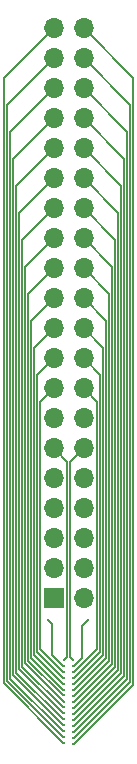
<source format=gbl>
%TF.GenerationSoftware,KiCad,Pcbnew,7.0.8*%
%TF.CreationDate,2023-10-18T23:35:29+02:00*%
%TF.ProjectId,connector_breakout,636f6e6e-6563-4746-9f72-5f627265616b,rev?*%
%TF.SameCoordinates,Original*%
%TF.FileFunction,Copper,L2,Bot*%
%TF.FilePolarity,Positive*%
%FSLAX46Y46*%
G04 Gerber Fmt 4.6, Leading zero omitted, Abs format (unit mm)*
G04 Created by KiCad (PCBNEW 7.0.8) date 2023-10-18 23:35:29*
%MOMM*%
%LPD*%
G01*
G04 APERTURE LIST*
%TA.AperFunction,ComponentPad*%
%ADD10O,1.700000X1.700000*%
%TD*%
%TA.AperFunction,ComponentPad*%
%ADD11R,1.700000X1.700000*%
%TD*%
%TA.AperFunction,ViaPad*%
%ADD12C,0.300000*%
%TD*%
%TA.AperFunction,ViaPad*%
%ADD13C,0.250000*%
%TD*%
%TA.AperFunction,Conductor*%
%ADD14C,0.127000*%
%TD*%
G04 APERTURE END LIST*
D10*
%TO.P,J1,40,Pin_40*%
%TO.N,/40*%
X135636000Y-29823936D03*
%TO.P,J1,39,Pin_39*%
%TO.N,/39*%
X133096000Y-29823936D03*
%TO.P,J1,38,Pin_38*%
%TO.N,/38*%
X135636000Y-32363936D03*
%TO.P,J1,37,Pin_37*%
%TO.N,/37*%
X133096000Y-32363936D03*
%TO.P,J1,36,Pin_36*%
%TO.N,/36*%
X135636000Y-34903936D03*
%TO.P,J1,35,Pin_35*%
%TO.N,/35*%
X133096000Y-34903936D03*
%TO.P,J1,34,Pin_34*%
%TO.N,/34*%
X135636000Y-37443936D03*
%TO.P,J1,33,Pin_33*%
%TO.N,/33*%
X133096000Y-37443936D03*
%TO.P,J1,32,Pin_32*%
%TO.N,/32*%
X135636000Y-39983936D03*
%TO.P,J1,31,Pin_31*%
%TO.N,/31*%
X133096000Y-39983936D03*
%TO.P,J1,30,Pin_30*%
%TO.N,/30*%
X135636000Y-42523936D03*
%TO.P,J1,29,Pin_29*%
%TO.N,/29*%
X133096000Y-42523936D03*
%TO.P,J1,28,Pin_28*%
%TO.N,/28*%
X135636000Y-45063936D03*
%TO.P,J1,27,Pin_27*%
%TO.N,/27*%
X133096000Y-45063936D03*
%TO.P,J1,26,Pin_26*%
%TO.N,/26*%
X135636000Y-47603936D03*
%TO.P,J1,25,Pin_25*%
%TO.N,/25*%
X133096000Y-47603936D03*
%TO.P,J1,24,Pin_24*%
%TO.N,/24*%
X135636000Y-50143936D03*
%TO.P,J1,23,Pin_23*%
%TO.N,/23*%
X133096000Y-50143936D03*
%TO.P,J1,22,Pin_22*%
%TO.N,/22*%
X135636000Y-52683936D03*
%TO.P,J1,21,Pin_21*%
%TO.N,/21*%
X133096000Y-52683936D03*
%TO.P,J1,20,Pin_20*%
%TO.N,/20*%
X135636000Y-55223936D03*
%TO.P,J1,19,Pin_19*%
%TO.N,/19*%
X133096000Y-55223936D03*
%TO.P,J1,18,Pin_18*%
%TO.N,/18*%
X135636000Y-57763936D03*
%TO.P,J1,17,Pin_17*%
%TO.N,/17*%
X133096000Y-57763936D03*
%TO.P,J1,16,Pin_16*%
%TO.N,/16*%
X135636000Y-60303936D03*
%TO.P,J1,15,Pin_15*%
%TO.N,/15*%
X133096000Y-60303936D03*
%TO.P,J1,14,Pin_14*%
%TO.N,/14*%
X135636000Y-62843936D03*
%TO.P,J1,13,Pin_13*%
%TO.N,/13*%
X133096000Y-62843936D03*
%TO.P,J1,12,Pin_12*%
%TO.N,/12*%
X135636000Y-65383936D03*
%TO.P,J1,11,Pin_11*%
%TO.N,/11*%
X133096000Y-65383936D03*
%TO.P,J1,10,Pin_10*%
%TO.N,/10*%
X135636000Y-67923936D03*
%TO.P,J1,9,Pin_9*%
%TO.N,/9*%
X133096000Y-67923936D03*
%TO.P,J1,8,Pin_8*%
%TO.N,/8*%
X135636000Y-70463936D03*
%TO.P,J1,7,Pin_7*%
%TO.N,/7*%
X133096000Y-70463936D03*
%TO.P,J1,6,Pin_6*%
%TO.N,/6*%
X135636000Y-73003936D03*
%TO.P,J1,5,Pin_5*%
%TO.N,/5*%
X133096000Y-73003936D03*
%TO.P,J1,4,Pin_4*%
%TO.N,/4*%
X135636000Y-75543936D03*
%TO.P,J1,3,Pin_3*%
%TO.N,/3*%
X133096000Y-75543936D03*
%TO.P,J1,2,Pin_2*%
%TO.N,/2*%
X135636000Y-78083936D03*
D11*
%TO.P,J1,1,Pin_1*%
%TO.N,/1*%
X133096000Y-78083936D03*
%TD*%
D12*
%TO.N,/39*%
X133985000Y-90297000D03*
%TO.N,/37*%
X133985000Y-89807006D03*
%TO.N,/35*%
X133985000Y-89328503D03*
%TO.N,/33*%
X133985012Y-88816006D03*
%TO.N,/31*%
X133985000Y-88337503D03*
%TO.N,/29*%
X133985000Y-87800006D03*
%TO.N,/27*%
X133985000Y-87321503D03*
%TO.N,/25*%
X133985012Y-86843000D03*
%TO.N,/23*%
X133985000Y-86305503D03*
%TO.N,/21*%
X133985000Y-85827000D03*
%TO.N,/19*%
X133985000Y-85344000D03*
%TO.N,/17*%
X133985000Y-84836000D03*
%TO.N,/15*%
X133985000Y-84328000D03*
%TO.N,/13*%
X133985000Y-83820000D03*
D13*
X132588000Y-79883000D03*
D12*
%TO.N,/11*%
X133985000Y-83312000D03*
D13*
%TO.N,/14*%
X136017000Y-79883000D03*
D12*
%TO.N,/40*%
X134747000Y-90424000D03*
%TO.N,/38*%
X134747000Y-89916000D03*
%TO.N,/36*%
X134747000Y-89408000D03*
%TO.N,/34*%
X134747000Y-88900000D03*
%TO.N,/32*%
X134747000Y-88392000D03*
%TO.N,/30*%
X134747000Y-87884000D03*
%TO.N,/28*%
X134747000Y-87376000D03*
%TO.N,/26*%
X134747000Y-86868000D03*
%TO.N,/24*%
X134747000Y-86360000D03*
%TO.N,/22*%
X134747000Y-85852000D03*
%TO.N,/20*%
X134747000Y-85344000D03*
%TO.N,/18*%
X134747000Y-84836000D03*
%TO.N,/16*%
X134747000Y-84328000D03*
%TO.N,/14*%
X134747000Y-83820000D03*
%TO.N,/12*%
X134747000Y-83312000D03*
%TD*%
D14*
%TO.N,/35*%
X133858424Y-89328503D02*
X129413000Y-84883079D01*
X129413000Y-84883079D02*
X129413000Y-38586936D01*
X133985000Y-89328503D02*
X133858424Y-89328503D01*
X129413000Y-38586936D02*
X133096000Y-34903936D01*
%TO.N,/33*%
X129667000Y-84582000D02*
X133901006Y-88816006D01*
X133096000Y-37443936D02*
X129667000Y-40872936D01*
X133901006Y-88816006D02*
X133985012Y-88816006D01*
X129667000Y-40872936D02*
X129667000Y-84582000D01*
%TO.N,/29*%
X133985000Y-87800006D02*
X133901006Y-87800006D01*
X133901006Y-87800006D02*
X130175000Y-84074000D01*
X130175000Y-84074000D02*
X130175000Y-45444936D01*
X130175000Y-45444936D02*
X133096000Y-42523936D01*
%TO.N,/25*%
X130683000Y-83566000D02*
X133960000Y-86843000D01*
X130683000Y-50016936D02*
X130683000Y-83566000D01*
X133960000Y-86843000D02*
X133985012Y-86843000D01*
X133096000Y-47603936D02*
X130683000Y-50016936D01*
%TO.N,/21*%
X133985000Y-85827000D02*
X133912921Y-85827000D01*
X133912921Y-85827000D02*
X131191000Y-83105079D01*
X131191000Y-83105079D02*
X131191000Y-54588936D01*
X131191000Y-54588936D02*
X133096000Y-52683936D01*
%TO.N,/23*%
X130937000Y-52302936D02*
X133096000Y-50143936D01*
X133883424Y-86305503D02*
X130937000Y-83359079D01*
X133985000Y-86305503D02*
X133883424Y-86305503D01*
X130937000Y-83359079D02*
X130937000Y-52302936D01*
%TO.N,/17*%
X133937921Y-84836000D02*
X131699000Y-82597079D01*
X133985000Y-84836000D02*
X133937921Y-84836000D01*
X131699000Y-59160936D02*
X133096000Y-57763936D01*
X131699000Y-82597079D02*
X131699000Y-59160936D01*
%TO.N,/15*%
X133985000Y-84328000D02*
X133937921Y-84328000D01*
X131953000Y-61446936D02*
X133096000Y-60303936D01*
X131953000Y-82343079D02*
X131953000Y-61446936D01*
X133937921Y-84328000D02*
X131953000Y-82343079D01*
%TO.N,/11*%
X133985000Y-83312000D02*
X134239000Y-83058000D01*
X134239000Y-66526936D02*
X133096000Y-65383936D01*
X134239000Y-83058000D02*
X134239000Y-66526936D01*
%TO.N,/13*%
X132969000Y-80264000D02*
X132969000Y-82851079D01*
X132969000Y-82851079D02*
X133937921Y-83820000D01*
X132588000Y-79883000D02*
X132969000Y-80264000D01*
X133937921Y-83820000D02*
X133985000Y-83820000D01*
%TO.N,/27*%
X130429000Y-83867079D02*
X130429000Y-47730936D01*
%TO.N,/19*%
X131445000Y-82851079D02*
X131445000Y-56874936D01*
X133937921Y-85344000D02*
X131445000Y-82851079D01*
%TO.N,/37*%
X133883424Y-89807006D02*
X129159000Y-85082582D01*
%TO.N,/39*%
X128905000Y-85282085D02*
X128905000Y-34014936D01*
%TO.N,/37*%
X129159000Y-85082582D02*
X129159000Y-36300936D01*
%TO.N,/31*%
X133985000Y-88337503D02*
X133883424Y-88337503D01*
%TO.N,/19*%
X131445000Y-56874936D02*
X133096000Y-55223936D01*
%TO.N,/27*%
X130429000Y-47730936D02*
X133096000Y-45063936D01*
X133985000Y-87321503D02*
X133883424Y-87321503D01*
%TO.N,/31*%
X129921000Y-43158936D02*
X133096000Y-39983936D01*
X129921000Y-84375079D02*
X129921000Y-43158936D01*
%TO.N,/27*%
X133883424Y-87321503D02*
X130429000Y-83867079D01*
%TO.N,/31*%
X133883424Y-88337503D02*
X129921000Y-84375079D01*
%TO.N,/37*%
X133985000Y-89807006D02*
X133883424Y-89807006D01*
%TO.N,/39*%
X128905000Y-34014936D02*
X133096000Y-29823936D01*
%TO.N,/37*%
X129159000Y-36300936D02*
X133096000Y-32363936D01*
%TO.N,/19*%
X133985000Y-85344000D02*
X133937921Y-85344000D01*
%TO.N,/39*%
X133919915Y-90297000D02*
X128905000Y-85282085D01*
X133985000Y-90297000D02*
X133919915Y-90297000D01*
%TO.N,/40*%
X139827000Y-34014936D02*
X135636000Y-29823936D01*
X134794079Y-90424000D02*
X139827000Y-85391079D01*
X134747000Y-90424000D02*
X134794079Y-90424000D01*
X139827000Y-85391079D02*
X139827000Y-34014936D01*
%TO.N,/14*%
X135509000Y-80391000D02*
X135509000Y-83105079D01*
X135509000Y-83105079D02*
X134794079Y-83820000D01*
X134794079Y-83820000D02*
X134747000Y-83820000D01*
X136017000Y-79883000D02*
X135509000Y-80391000D01*
%TO.N,/30*%
X138557000Y-45444936D02*
X135636000Y-42523936D01*
%TO.N,/16*%
X134794079Y-84328000D02*
X136779000Y-82343079D01*
%TO.N,/20*%
X134794079Y-85344000D02*
X137287000Y-82851079D01*
%TO.N,/24*%
X137795000Y-83359079D02*
X137795000Y-52302936D01*
%TO.N,/36*%
X139319000Y-84883079D02*
X139319000Y-38586936D01*
%TO.N,/16*%
X134747000Y-84328000D02*
X134794079Y-84328000D01*
X136779000Y-61446936D02*
X135636000Y-60303936D01*
%TO.N,/32*%
X134794079Y-88392000D02*
X138811000Y-84375079D01*
%TO.N,/22*%
X134747000Y-85852000D02*
X134794079Y-85852000D01*
%TO.N,/18*%
X137033000Y-82597079D02*
X137033000Y-59160936D01*
%TO.N,/36*%
X134794079Y-89408000D02*
X139319000Y-84883079D01*
%TO.N,/18*%
X134794079Y-84836000D02*
X137033000Y-82597079D01*
%TO.N,/26*%
X138049000Y-50016936D02*
X135636000Y-47603936D01*
%TO.N,/38*%
X139573000Y-85195210D02*
X139573000Y-36300936D01*
%TO.N,/20*%
X137287000Y-56874936D02*
X135636000Y-55223936D01*
%TO.N,/18*%
X134747000Y-84836000D02*
X134794079Y-84836000D01*
X137033000Y-59160936D02*
X135636000Y-57763936D01*
%TO.N,/28*%
X138303000Y-47730936D02*
X135636000Y-45063936D01*
%TO.N,/30*%
X134747000Y-87884000D02*
X134794079Y-87884000D01*
%TO.N,/28*%
X138303000Y-83867079D02*
X138303000Y-47730936D01*
%TO.N,/32*%
X138811000Y-43158936D02*
X135636000Y-39983936D01*
%TO.N,/16*%
X136779000Y-82343079D02*
X136779000Y-61446936D01*
%TO.N,/32*%
X138811000Y-84375079D02*
X138811000Y-43158936D01*
%TO.N,/20*%
X137287000Y-82851079D02*
X137287000Y-56874936D01*
%TO.N,/38*%
X134852210Y-89916000D02*
X139573000Y-85195210D01*
%TO.N,/22*%
X137541000Y-54588936D02*
X135636000Y-52683936D01*
%TO.N,/30*%
X134794079Y-87884000D02*
X138557000Y-84121079D01*
%TO.N,/34*%
X139065000Y-84629079D02*
X139065000Y-40872936D01*
%TO.N,/30*%
X138557000Y-84121079D02*
X138557000Y-45444936D01*
%TO.N,/34*%
X134747000Y-88900000D02*
X134794079Y-88900000D01*
%TO.N,/22*%
X137541000Y-83105079D02*
X137541000Y-54588936D01*
%TO.N,/38*%
X139573000Y-36300936D02*
X135636000Y-32363936D01*
%TO.N,/24*%
X134794079Y-86360000D02*
X137795000Y-83359079D01*
%TO.N,/36*%
X139319000Y-38586936D02*
X135636000Y-34903936D01*
%TO.N,/24*%
X137795000Y-52302936D02*
X135636000Y-50143936D01*
%TO.N,/36*%
X134747000Y-89408000D02*
X134794079Y-89408000D01*
%TO.N,/24*%
X134747000Y-86360000D02*
X134794079Y-86360000D01*
%TO.N,/38*%
X134747000Y-89916000D02*
X134852210Y-89916000D01*
%TO.N,/28*%
X134794079Y-87376000D02*
X138303000Y-83867079D01*
%TO.N,/26*%
X134747000Y-86868000D02*
X134794079Y-86868000D01*
%TO.N,/28*%
X134747000Y-87376000D02*
X134794079Y-87376000D01*
%TO.N,/26*%
X138049000Y-83613079D02*
X138049000Y-50016936D01*
X134794079Y-86868000D02*
X138049000Y-83613079D01*
%TO.N,/32*%
X134747000Y-88392000D02*
X134794079Y-88392000D01*
%TO.N,/22*%
X134794079Y-85852000D02*
X137541000Y-83105079D01*
%TO.N,/34*%
X134794079Y-88900000D02*
X139065000Y-84629079D01*
%TO.N,/20*%
X134747000Y-85344000D02*
X134794079Y-85344000D01*
%TO.N,/34*%
X139065000Y-40872936D02*
X135636000Y-37443936D01*
%TO.N,/12*%
X134747000Y-83312000D02*
X134493000Y-83058000D01*
X134493000Y-83058000D02*
X134493000Y-66526936D01*
X134493000Y-66526936D02*
X135636000Y-65383936D01*
%TD*%
M02*

</source>
